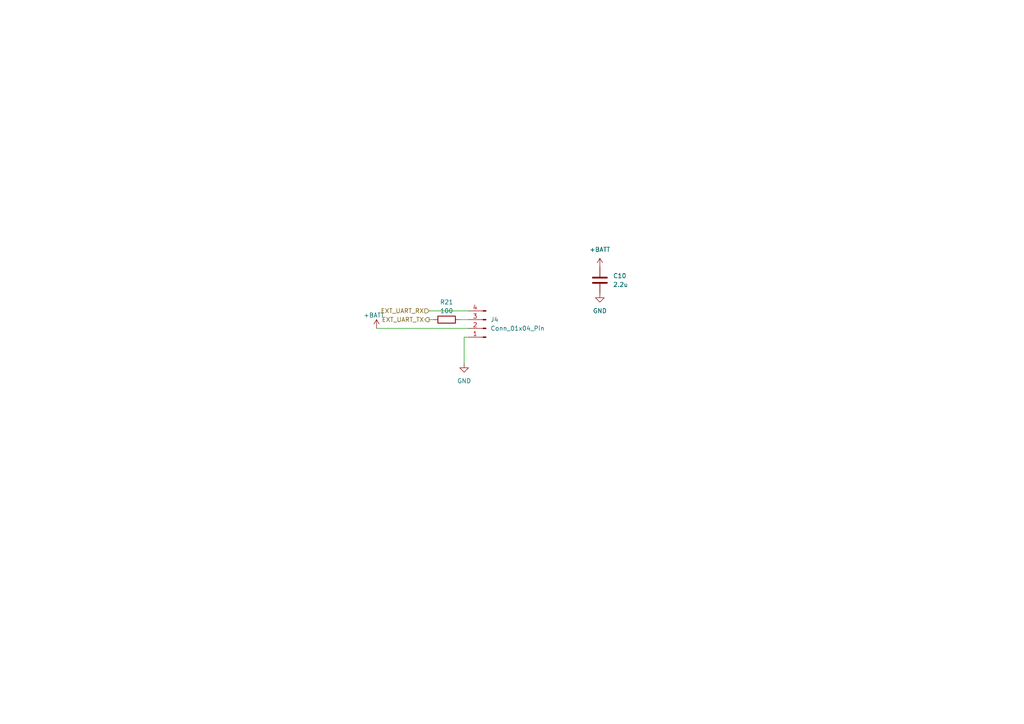
<source format=kicad_sch>
(kicad_sch (version 20230121) (generator eeschema)
  (paper "A4")
  (lib_symbols
    (symbol "Connector:Conn_01x04_Pin" (pin_names (offset 1.016) hide)
      (property "Reference" "J" (at 0 5.08 0))
      (property "Value" "Conn_01x04_Pin" (at 0 -7.62 0))
      (symbol "Conn_01x04_Pin_1_1"
        (polyline (pts (xy 1.27 -5.08) (xy 0.8636 -5.08)) (stroke (width 0.1524)))
        (polyline (pts (xy 1.27 -2.54) (xy 0.8636 -2.54)) (stroke (width 0.1524)))
        (polyline (pts (xy 1.27 0) (xy 0.8636 0)) (stroke (width 0.1524)))
        (polyline (pts (xy 1.27 2.54) (xy 0.8636 2.54)) (stroke (width 0.1524)))
        (rectangle (start 0.8636 -4.953) (end 0 -5.207) (stroke (width 0.1524)) (fill (type outline)))
        (rectangle (start 0.8636 -2.413) (end 0 -2.667) (stroke (width 0.1524)) (fill (type outline)))
        (rectangle (start 0.8636 0.127) (end 0 -0.127) (stroke (width 0.1524)) (fill (type outline)))
        (rectangle (start 0.8636 2.667) (end 0 2.413) (stroke (width 0.1524)) (fill (type outline)))
        (pin passive line (at 5.08 2.54 180) (length 3.81) (name "Pin_1") (number "1"))
        (pin passive line (at 5.08 0 180) (length 3.81) (name "Pin_2") (number "2"))
        (pin passive line (at 5.08 -2.54 180) (length 3.81) (name "Pin_3") (number "3"))
        (pin passive line (at 5.08 -5.08 180) (length 3.81) (name "Pin_4") (number "4"))
      )
    )
    (symbol "Device:C" (pin_numbers hide) (pin_names (offset 0.254))
      (property "Reference" "C" (at 0.635 2.54 0))
      (property "Value" "C" (at 0.635 -2.54 0))
      (symbol "C_0_1"
        (polyline (pts (xy -2.032 -0.762) (xy 2.032 -0.762)) (stroke (width 0.508)))
        (polyline (pts (xy -2.032 0.762) (xy 2.032 0.762)) (stroke (width 0.508)))
      )
      (symbol "C_1_1"
        (pin passive line (at 0 3.81 270) (length 2.794) (name "~") (number "1"))
        (pin passive line (at 0 -3.81 90) (length 2.794) (name "~") (number "2"))
      )
    )
    (symbol "Device:R" (pin_numbers hide) (pin_names (offset 0))
      (property "Reference" "R" (at 2.032 0 90))
      (property "Value" "R" (at 0 0 90))
      (symbol "R_0_1"
        (rectangle (start -1.016 -2.54) (end 1.016 2.54) (stroke (width 0.254)))
      )
      (symbol "R_1_1"
        (pin passive line (at 0 3.81 270) (length 1.27) (name "~") (number "1"))
        (pin passive line (at 0 -3.81 90) (length 1.27) (name "~") (number "2"))
      )
    )
    (symbol "power:+BATT" (power) (pin_names (offset 0))
      (property "Value" "+BATT" (at 0 3.556 0))
      (symbol "+BATT_0_1"
        (polyline (pts (xy -0.762 1.27) (xy 0 2.54)))
        (polyline (pts (xy 0 0) (xy 0 2.54)))
        (polyline (pts (xy 0 2.54) (xy 0.762 1.27)))
      )
      (symbol "+BATT_1_1"
        (pin power_in line (at 0 0 90) (length 0) hide (name "+BATT") (number "1"))
      )
    )
    (symbol "power:GND" (power) (pin_names (offset 0))
      (property "Value" "GND" (at 0 -3.81 0))
      (symbol "GND_0_1"
        (polyline (pts (xy 0 0) (xy 0 -1.27) (xy 1.27 -1.27) (xy 0 -2.54) (xy -1.27 -1.27) (xy 0 -1.27)))
      )
      (symbol "GND_1_1"
        (pin power_in line (at 0 0 270) (length 0) hide (name "GND") (number "1"))
      )
    )
  )
  (wire (pts (xy 134.62 97.79) (xy 135.89 97.79)))
  (wire (pts (xy 133.35 92.71) (xy 135.89 92.71)))
  (wire (pts (xy 124.46 90.17) (xy 135.89 90.17)))
  (wire (pts (xy 109.22 95.25) (xy 135.89 95.25)))
  (wire (pts (xy 124.46 92.71) (xy 125.73 92.71)))
  (wire (pts (xy 134.62 97.79) (xy 134.62 105.41)))
  (hierarchical_label "EXT_UART_TX" (shape output) (at 124.46 92.71 180))
  (hierarchical_label "EXT_UART_RX" (shape input) (at 124.46 90.17 180))
  (symbol (lib_id "power:GND") (at 173.99 85.09 0) (unit 1)
    (property "Reference" "#PWR030" (effects hide))
    (property "Value" "GND" (at 173.99 90.17 0))
  )
  (symbol (lib_id "power:+BATT") (at 173.99 77.47 0) (unit 1)
    (property "Reference" "#PWR029" (effects hide))
    (property "Value" "+BATT" (at 173.99 72.39 0))
  )
  (symbol (lib_id "Device:C") (at 173.99 81.28 0) (unit 1)
    (property "Reference" "C10" (at 177.8 80.01 0) (effects (justify left)))
    (property "Value" "2.2u" (at 177.8 82.55 0) (effects (justify left)))
  )
  (symbol (lib_id "power:+BATT") (at 109.22 95.25 0) (unit 1)
    (property "Reference" "#PWR016" (effects hide))
    (property "Value" "+BATT" (at 105.41 91.44 0) (effects (justify left)))
  )
  (symbol (lib_id "Device:R") (at 129.54 92.71 90) (unit 1)
    (property "Reference" "R21" (at 129.54 87.63 90))
    (property "Value" "100" (at 129.54 90.17 90))
    (property "Footprint" "Resistor_SMD:R_0603_1608Metric" (effects hide))
  )
  (symbol (lib_id "Connector:Conn_01x04_Pin") (at 140.97 95.25 180) (unit 1)
    (property "Reference" "J4" (at 142.24 92.71 0) (effects (justify right)))
    (property "Value" "Conn_01x04_Pin" (at 142.24 95.25 0) (effects (justify right)))
    (property "Footprint" "Connector_PinHeader_2.54mm:PinHeader_1x04_P2.54mm_Vertical" (effects hide))
  )
  (symbol (lib_id "power:GND") (at 134.62 105.41 0) (unit 1)
    (property "Reference" "#PWR017" (effects hide))
    (property "Value" "GND" (at 134.62 110.49 0))
  )
)
</source>
